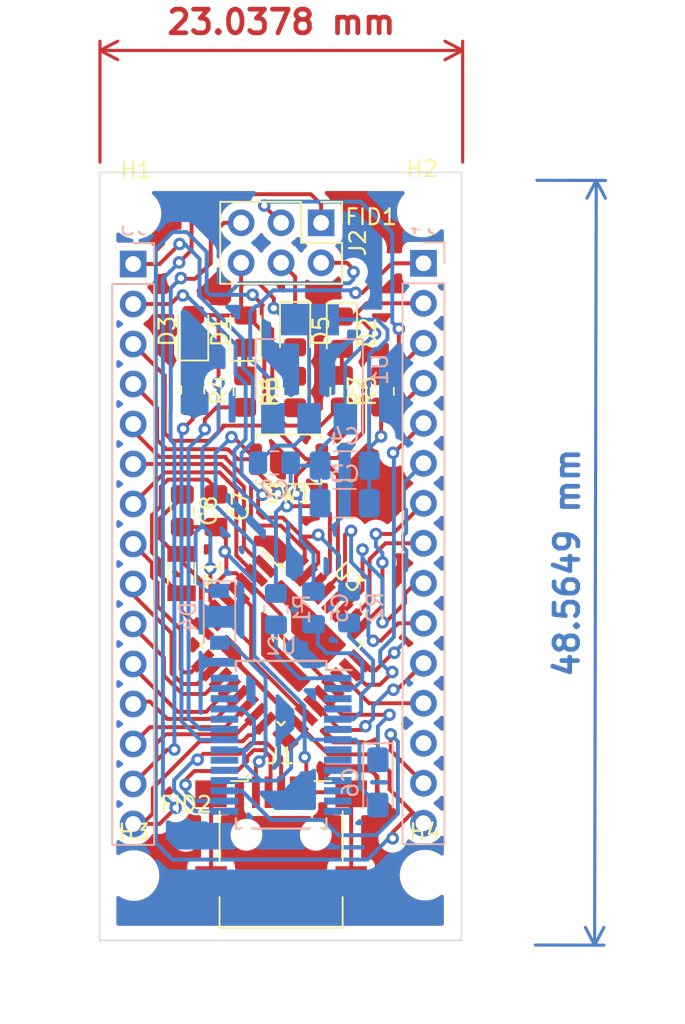
<source format=kicad_pcb>
(kicad_pcb (version 20211014) (generator pcbnew)
  (title_block (title "REPLICA ARDUINO NANO") (company "AUTOR: ROBERTO  FEDERICO FARFAN") (comment 1 "Licencia: CC BY-NC-SA"))
  (layers (0 "F.Cu" signal) (31 "B.Cu" signal) (34 "B.Paste" user) (35 "F.Paste" user) (36 "B.SilkS" user "B.Silkscreen") (37 "F.SilkS" user "F.Silkscreen") (38 "B.Mask" user) (39 "F.Mask" user) (44 "Edge.Cuts" user))
  (net 0 "")
  (net 1 "+5V")
  (net 2 "GND")
  (net 3 "Net-(C5-Pad1)")
  (net 4 "/RESET")
  (net 5 "Net-(C6-Pad1)")
  (net 6 "Net-(C7-Pad1)")
  (net 7 "Net-(C8-Pad1)")
  (net 8 "Net-(D1-Pad1)")
  (net 9 "Net-(D2-Pad2)")
  (net 10 "Net-(D3-Pad1)")
  (net 11 "VDD")
  (net 12 "Net-(D5-Pad2)")
  (net 13 "Net-(J1-Pad2)")
  (net 14 "Net-(J1-Pad3)")
  (net 16 "/D12{slash}MISO")
  (net 17 "/D13{slash}SCK")
  (net 18 "/D11{slash}MOSI")
  (net 19 "/D1{slash}TX")
  (net 20 "/D0{slash}RX")
  (net 21 "/D2")
  (net 22 "/D3")
  (net 23 "/D4")
  (net 24 "/D5")
  (net 25 "/D6")
  (net 26 "/D7")
  (net 27 "/D8")
  (net 28 "/D9")
  (net 29 "/D10")
  (net 30 "+VDC")
  (net 31 "/A0")
  (net 32 "/A1")
  (net 33 "/A2")
  (net 34 "/A3")
  (net 35 "/A4")
  (net 36 "/A5")
  (net 37 "/A6")
  (net 38 "/A7")
  (net 39 "/AREF")
  (net 40 "+3.3V")
  (net 41 "Net-(R1-Pad1)")
  (net 42 "Net-(R2-Pad1)")
  (net 43 "/CBUS0")
  (net 44 "/CBUS1")
  (net 55 "+5C")
  (footprint "Button_Switch_SMD:SW_Push_SPST_NO_Alps_SKRK" (layer "F.Cu") (at 112.2426 80.9244 180)
    (fp_text reference "SW1")
    (fp_text value "SW_Push")
  )
  (footprint "Resistor_SMD:R_0805_2012Metric_Pad1.20x1.40mm_HandSolder" (layer "F.Cu") (at 106.1466 76.5302 -90)
    (fp_text reference "R4")
    (fp_text value "R")
  )
  (footprint "MountingHole:MountingHole_2.2mm_M2_ISO7380" (layer "F.Cu") (at 102.4128 107.3658)
    (fp_text reference "H3")
    (fp_text value "MountingHole")
  )
  (footprint "Resistor_SMD:R_0805_2012Metric_Pad1.20x1.40mm_HandSolder" (layer "F.Cu") (at 112.649 76.6572 90)
    (fp_text reference "R6")
    (fp_text value "R")
  )
  (footprint "MountingHole:MountingHole_2.2mm_M2_ISO7380" (layer "F.Cu") (at 120.904 107.3404)
    (fp_text reference "H4")
    (fp_text value "MountingHole")
  )
  (footprint "Capacitor_SMD:C_0805_2012Metric_Pad1.18x1.45mm_HandSolder" (layer "F.Cu") (at 107.6198 84.1971 -90)
    (fp_text reference "C7")
    (fp_text value "C")
  )
  (footprint "MountingHole:MountingHole_2.2mm_M2_ISO7380" (layer "F.Cu") (at 120.7262 65.2272)
    (fp_text reference "H2")
    (fp_text value "MountingHole")
  )
  (footprint "Resistor_SMD:R_0805_2012Metric_Pad1.20x1.40mm_HandSolder" (layer "F.Cu") (at 109.474 76.6318 -90)
    (fp_text reference "R3")
    (fp_text value "R")
  )
  (footprint "Resistor_SMD:R_0805_2012Metric_Pad1.20x1.40mm_HandSolder" (layer "F.Cu") (at 115.6208 76.6064 -90)
    (fp_text reference "R5")
    (fp_text value "R")
  )
  (footprint "Resistor_SMD:R_0805_2012Metric_Pad1.20x1.40mm_HandSolder" (layer "F.Cu") (at 118.1862 76.6158 90)
    (fp_text reference "R7")
    (fp_text value "R")
  )
  (footprint "Capacitor_SMD:C_0805_2012Metric_Pad1.18x1.45mm_HandSolder" (layer "F.Cu") (at 105.4862 84.201 -90)
    (fp_text reference "C8")
    (fp_text value "C")
  )
  (footprint "LED_SMD:LED_0805_2012Metric_Pad1.15x1.40mm_HandSolder" (layer "F.Cu") (at 106.172 72.7964 90)
    (fp_text reference "D3")
    (fp_text value "LED")
  )
  (footprint "LED_SMD:LED_0805_2012Metric_Pad1.15x1.40mm_HandSolder" (layer "F.Cu") (at 115.6208 72.889 -90)
    (fp_text reference "D2")
    (fp_text value "LED")
  )
  (footprint "Fiducial:Fiducial_1mm_Mask2mm" (layer "F.Cu") (at 117.475 67.5386)
    (fp_text reference "FID1")
    (fp_text value "Fiducial")
  )
  (footprint "LED_SMD:LED_0805_2012Metric_Pad1.15x1.40mm_HandSolder" (layer "F.Cu") (at 109.4994 72.8218 90)
    (fp_text reference "D1")
    (fp_text value "LED")
  )
  (footprint "Connector_PinHeader_2.54mm:PinHeader_2x03_P2.54mm_Vertical" (layer "F.Cu") (at 114.3 65.913 -90)
    (fp_text reference "J2")
    (fp_text value "Conn_02x03_Counter_Clockwise")
  )
  (footprint "MountingHole:MountingHole_2.2mm_M2_ISO7380" (layer "F.Cu") (at 102.5398 65.3288)
    (fp_text reference "H1")
    (fp_text value "MountingHole")
  )
  (footprint "Crystal:Crystal_SMD_3215-2Pin_3.2x1.5mm" (layer "F.Cu") (at 105.4354 88.1888 -90)
    (fp_text reference "Y1")
    (fp_text value "Crystal")
  )
  (footprint "Package_QFP:TQFP-32_7x7mm_P0.8mm" (layer "F.Cu") (at 111.76 92.71 -45)
    (fp_text reference "U3")
    (fp_text value "ATmega328P-A")
  )
  (footprint "LED_SMD:LED_0805_2012Metric_Pad1.15x1.40mm_HandSolder" (layer "F.Cu") (at 112.649 72.7964 -90)
    (fp_text reference "D5")
    (fp_text value "LED")
  )
  (footprint "Fiducial:Fiducial_1mm_Mask2mm" (layer "F.Cu") (at 105.7148 104.8512)
    (fp_text reference "FID2")
    (fp_text value "Fiducial")
  )
  (footprint "Connector_USB:USB_Mini-B_Lumberg_2486_01_Horizontal" (layer "F.Cu") (at 111.76 104.775)
    (fp_text reference "J1")
    (fp_text value "USB_B_Mini")
  )
  (footprint "Capacitor_SMD:C_1206_3216Metric_Pad1.33x1.80mm_HandSolder" (layer "B.Cu") (at 115.7986 83.7184 180)
    (fp_text reference "C3")
    (fp_text value "C_Polarized")
  )
  (footprint "Capacitor_Tantalum_SMD:CP_EIA-3216-18_Kemet-A_Pad1.58x1.35mm_HandSolder" (layer "B.Cu") (at 117.9068 101.4476 -90)
    (fp_text reference "C6")
    (fp_text value "C")
  )
  (footprint "Package_TO_SOT_SMD:SOT-223-3_TabPin2" (layer "B.Cu") (at 113.538 75.2094 90)
    (fp_text reference "U1")
    (fp_text value "LM1117-5.0")
  )
  (footprint "Capacitor_SMD:C_1206_3216Metric_Pad1.33x1.80mm_HandSolder" (layer "B.Cu") (at 115.7986 81.3308 180)
    (fp_text reference "C4")
    (fp_text value "C_Polarized")
  )
  (footprint "Connector_PinHeader_2.54mm:PinHeader_1x15_P2.54mm_Vertical" (layer "B.Cu") (at 102.362 68.5292 180)
    (fp_text reference "J3")
    (fp_text value "Conn_01x15")
  )
  (footprint "Capacitor_SMD:C_0805_2012Metric_Pad1.18x1.45mm_HandSolder" (layer "B.Cu") (at 113.8174 90.3693 90)
    (fp_text reference "C5")
    (fp_text value "C")
  )
  (footprint "Resistor_SMD:R_0805_2012Metric_Pad1.20x1.40mm_HandSolder" (layer "B.Cu") (at 116.078 90.3224 90)
    (fp_text reference "R2")
    (fp_text value "R")
  )
  (footprint "Diode_SMD:D_SOD-123" (layer "B.Cu") (at 107.8484 90.932 -90)
    (fp_text reference "D4")
    (fp_text value "MBR0520")
  )
  (footprint "Connector_PinHeader_2.54mm:PinHeader_1x15_P2.54mm_Vertical" (layer "B.Cu") (at 120.8024 68.4834 180)
    (fp_text reference "J4")
    (fp_text value "Conn_01x15")
  )
  (footprint "Capacitor_SMD:C_0805_2012Metric_Pad1.18x1.45mm_HandSolder" (layer "B.Cu") (at 111.3282 81.153)
    (fp_text reference "C2")
    (fp_text value "C")
  )
  (footprint "Resistor_SMD:R_0805_2012Metric_Pad1.20x1.40mm_HandSolder" (layer "B.Cu") (at 111.4298 90.4494 90)
    (fp_text reference "R1")
    (fp_text value "R")
  )
  (footprint "Package_SO:SSOP-28_5.3x10.2mm_P0.65mm" (layer "B.Cu") (at 111.76 99.06 180)
    (fp_text reference "U2")
    (fp_text value "FT232RL")
  )
  (gr_rect (start 126.1618 113.6904) (end 126.1618 113.6904) (layer "B.Cu") (width 0.2) (fill none))
  (gr_rect (start 100.2284 62.7126) (end 123.2154 111.4806) (layer "Edge.Cuts") (width 0.1) (fill none))
  (dimension (type aligned) (layer "F.Cu") (pts (xy 100.2538 62.5602) (xy 123.2916 62.5602)) (height -7.5946) (gr_text "23,0378 mm" (at 111.7727 53.1656) (layer "F.Cu") (effects (font (size 1.5 1.5) (thickness 0.3)))) (format (units 3) (units_format 1) (precision 4)) (style (thickness 0.2) (arrow_length 1.27) (text_position_mode 0) (extension_height 0.58642) (extension_offset 0.5) keep_text_aligned))
  (dimension (type aligned) (layer "B.Cu") (pts (xy 127.509294 63.211676) (xy 127.407694 111.776476)) (height -4.265915) (gr_text "48,5649 mm" (at 129.924404 87.499234 89.88013453) (layer "B.Cu") (effects (font (size 1.5 1.5) (thickness 0.3)))) (format (units 3) (units_format 1) (precision 4)) (style (thickness 0.2) (arrow_length 1.27) (text_position_mode 0) (extension_height 0.58642) (extension_offset 0.5) keep_text_aligned))
  (segment (start 118.11 79.4766) (end 118.11 77.692) (width 0.25) (layer "F.Cu") (net 1))
  (segment (start 110.3492 69.76) (end 109.3862 69.76) (width 0.25) (layer "F.Cu") (net 1))
  (segment (start 111.295772 70.706572) (end 110.3492 69.76) (width 0.25) (layer "F.Cu") (net 1))
  (segment (start 111.295772 71.334619) (end 111.295772 70.706572) (width 0.25) (layer "F.Cu") (net 1))
  (segment (start 119.29 77.6158) (end 120.8024 76.1034) (width 0.25) (layer "F.Cu") (net 1))
  (segment (start 115.459 77.6064) (end 114.2746 78.7908) (width 0.25) (layer "F.Cu") (net 1))
  (segment (start 110.6932 73.025) (end 110.744 72.9742) (width 0.25) (layer "F.Cu") (net 1))
  (segment (start 109.4994 71.7968) (end 107.9324 71.7968) (width 0.25) (layer "F.Cu") (net 1))
  (segment (start 109.855 92.71) (end 109.855 93.633427) (width 0.25) (layer "F.Cu") (net 1))
  (segment (start 107.2642 89.911256) (end 107.2642 87.8586) (width 0.25) (layer "F.Cu") (net 1))
  (segment (start 107.906268 90.553324) (end 107.906268 90.761268) (width 0.25) (layer "F.Cu") (net 1))
  (segment (start 107.906268 90.553324) (end 107.2642 89.911256) (width 0.25) (layer "F.Cu") (net 1))
  (segment (start 112.0648 78.7908) (end 110.6932 77.4192) (width 0.25) (layer "F.Cu") (net 1))
  (segment (start 110.6932 77.4192) (end 110.6932 73.025) (width 0.25) (layer "F.Cu") (net 1))
  (segment (start 109.037639 89.421953) (end 109.855 90.239314) (width 0.25) (layer "F.Cu") (net 1))
  (segment (start 107.7843 76.073) (end 107.7843 71.9449) (width 0.25) (layer "F.Cu") (net 1))
  (segment (start 109.22 71.5174) (end 109.22 69.9262) (width 0.25) (layer "F.Cu") (net 1))
  (segment (start 109.5666 71.7968) (end 109.4994 71.7968) (width 0.25) (layer "F.Cu") (net 1))
  (segment (start 118.1862 77.6158) (end 119.29 77.6158) (width 0.25) (layer "F.Cu") (net 1))
  (segment (start 114.2746 78.7908) (end 112.0648 78.7908) (width 0.25) (layer "F.Cu") (net 1))
  (segment (start 109.855 90.239314) (end 109.855 92.71) (width 0.25) (layer "F.Cu") (net 1))
  (segment (start 109.3862 69.76) (end 109.22 69.9262) (width 0.25) (layer "F.Cu") (net 1))
  (segment (start 107.9324 71.7968) (end 107.7843 71.9449) (width 0.25) (layer "F.Cu") (net 1))
  (segment (start 110.744 72.9742) (end 109.5666 71.7968) (width 0.25) (layer "F.Cu") (net 1))
  (segment (start 109.22 69.9262) (end 109.22 68.453) (width 0.25) (layer "F.Cu") (net 1))
  (segment (start 106.172 71.7714) (end 107.6108 71.7714) (width 0.25) (layer "F.Cu") (net 1))
  (segment (start 107.6108 71.7714) (end 107.7843 71.9449) (width 0.25) (layer "F.Cu") (net 1))
  (segment (start 109.855 93.633427) (end 113.35099 97.129417) (width 0.25) (layer "F.Cu") (net 1))
  (segment (start 107.906268 90.761268) (end 109.855 92.71) (width 0.25) (layer "F.Cu") (net 1))
  (via (at 107.7843 76.073) (size 0.8) (drill 0.4) (layers "F.Cu" "B.Cu") (net 1))
  (via (at 111.295772 71.334619) (size 0.8) (drill 0.4) (layers "F.Cu" "B.Cu") (net 1))
  (via (at 118.11 79.4766) (size 0.8) (drill 0.4) (layers "F.Cu" "B.Cu") (net 1))
  (via (at 107.2642 87.8586) (size 0.8) (drill 0.4) (layers "F.Cu" "B.Cu") (net 1))
  (segment (start 107.2642 86.0552) (end 107.2642 85.6742) (width 0.25) (layer "B.Cu") (net 1))
  (segment (start 107.7843 79.2287) (end 106.7562 80.2568) (width 0.25) (layer "B.Cu") (net 1))
  (segment (start 117.729 73.914) (end 117.348 74.295) (width 0.25) (layer "B.Cu") (net 1))
  (segment (start 117.348 81.3177) (end 117.3611 81.3308) (width 0.25) (layer "B.Cu") (net 1))
  (segment (start 113.538 72.0594) (end 112.020553 72.0594) (width 0.25) (layer "B.Cu") (net 1))
  (segment (start 106.3299 88.773) (end 106.3299 85.5671) (width 0.25) (layer "B.Cu") (net 1))
  (segment (start 112.5982 80.0608) (end 113.538 79.121) (width 0.25) (layer "B.Cu") (net 1))
  (segment (start 106.4768 88.773) (end 106.3299 88.773) (width 0.25) (layer "B.Cu") (net 1))
  (segment (start 118.5164 72.710895) (end 118.5164 73.3044) (width 0.25) (layer "B.Cu") (net 1))
  (segment (start 117.3611 80.2255) (end 118.11 79.4766) (width 0.25) (layer "B.Cu") (net 1))
  (segment (start 107.2642 85.6488) (end 107.2642 86.0552) (width 0.25) (layer "B.Cu") (net 1))
  (segment (start 113.538 78.3594) (end 113.538 72.0594) (width 0.25) (layer "B.Cu") (net 1))
  (segment (start 113.538 79.121) (end 113.538 78.3594) (width 0.25) (layer "B.Cu") (net 1))
  (segment (start 107.7843 76.073) (end 107.7843 79.2287) (width 0.25) (layer "B.Cu") (net 1))
  (segment (start 107.8484 89.282) (end 106.9858 89.282) (width 0.25) (layer "B.Cu") (net 1))
  (segment (start 117.9068 73.914) (end 117.729 73.914) (width 0.25) (layer "B.Cu") (net 1))
  (segment (start 110.3122 81.153) (end 111.4044 80.0608) (width 0.25) (layer "B.Cu") (net 1))
  (segment (start 107.2642 87.8586) (end 107.2642 85.6742) (width 0.25) (layer "B.Cu") (net 1))
  (segment (start 110.2907 81.153) (end 110.3122 81.153) (width 0.25) (layer "B.Cu") (net 1))
  (segment (start 113.538 72.0594) (end 117.864905 72.0594) (width 0.25) (layer "B.Cu") (net 1))
  (segment (start 117.348 74.295) (end 117.348 81.3177) (width 0.25) (layer "B.Cu") (net 1))
  (segment (start 106.9858 89.282) (end 106.4768 88.773) (width 0.25) (layer "B.Cu") (net 1))
  (segment (start 106.7562 80.2568) (end 106.7562 85.1408) (width 0.25) (layer "B.Cu") (net 1))
  (segment (start 106.3299 85.5671) (end 106.7562 85.1408) (width 0.25) (layer "B.Cu") (net 1))
  (segment (start 117.3611 81.3308) (end 117.3611 80.2255) (width 0.25) (layer "B.Cu") (net 1))
  (segment (start 111.4044 80.0608) (end 112.5982 80.0608) (width 0.25) (layer "B.Cu") (net 1))
  (segment (start 118.5164 73.3044) (end 117.9068 73.914) (width 0.25) (layer "B.Cu") (net 1))
  (segment (start 117.864905 72.0594) (end 118.5164 72.710895) (width 0.25) (layer "B.Cu") (net 1))
  (segment (start 117.3611 83.7184) (end 117.3611 81.3308) (width 0.25) (layer "B.Cu") (net 1))
  (segment (start 106.7562 85.1408) (end 107.2642 85.6488) (width 0.25) (layer "B.Cu") (net 1))
  (segment (start 112.020553 72.0594) (end 111.295772 71.334619) (width 0.25) (layer "B.Cu") (net 1))
  (segment (start 115.5282 71.7714) (end 115.6208 71.864) (width 0.25) (layer "F.Cu") (net 2))
  (segment (start 103.886 77.6732) (end 103.886 79.7052) (width 0.25) (layer "F.Cu") (net 2))
  (segment (start 107.7214 88.7222) (end 108.0516 88.392) (width 0.25) (layer "F.Cu") (net 2))
  (segment (start 115.048047 95.432361) (end 111.76 92.144314) (width 0.25) (layer "F.Cu") (net 2))
  (segment (start 110.1426 81.6184) (end 111.565931 83.041731) (width 0.25) (layer "F.Cu") (net 2))
  (segment (start 113.36 102.075) (end 116.11 102.075) (width 0.25) (layer "F.Cu") (net 2))
  (segment (start 108.471953 89.955353) (end 107.7214 89.2048) (width 0.25) (layer "F.Cu") (net 2))
  (segment (start 116.21 107.625) (end 116.21 102.175) (width 0.25) (layer "F.Cu") (net 2))
  (segment (start 108.740603 79.522403) (end 110.1426 80.9244) (width 0.25) (layer "F.Cu") (net 2))
  (segment (start 118.2928 71.0234) (end 117.1906 71.0234) (width 0.25) (layer "F.Cu") (net 2))
  (segment (start 116.6442 71.864) (end 117.729 72.9488) (width 0.25) (layer "F.Cu") (net 2))
  (segment (start 113.36 102.075) (end 113.36 99.9488) (width 0.25) (layer "F.Cu") (net 2))
  (segment (start 108.331 80.2894) (end 108.3708 80.3292) (width 0.25) (layer "F.Cu") (net 2))
  (segment (start 109.018196 80.9244) (end 110.1426 80.9244) (width 0.25) (layer "F.Cu") (net 2))
  (segment (start 108.471953 89.987639) (end 108.471953 89.955353) (width 0.25) (layer "F.Cu") (net 2))
  (segment (start 120.8024 71.0234) (end 118.2928 71.0234) (width 0.25) (layer "F.Cu") (net 2))
  (segment (start 108.910456 88.1634) (end 109.603324 88.856268) (width 0.25) (layer "F.Cu") (net 2))
  (segment (start 104.4702 80.2894) (end 108.331 80.2894) (width 0.25) (layer "F.Cu") (net 2))
  (segment (start 112.649 69.342) (end 111.76 68.453) (width 0.25) (layer "F.Cu") (net 2))
  (segment (start 116.35 71.864) (end 115.6208 71.864) (width 0.25) (layer "F.Cu") (net 2))
  (segment (start 107.7214 89.2048) (end 107.7214 88.7222) (width 0.25) (layer "F.Cu") (net 2))
  (segment (start 107.6198 85.344) (end 108.2548 85.979) (width 0.25) (layer "F.Cu") (net 2))
  (segment (start 116.21 107.625) (end 107.31 107.625) (width 0.25) (layer "F.Cu") (net 2))
  (segment (start 108.3708 80.3292) (end 108.422996 80.3292) (width 0.25) (layer "F.Cu") (net 2))
  (segment (start 109.811268 88.856268) (end 109.603324 88.856268) (width 0.25) (layer "F.Cu") (net 2))
  (segment (start 108.605403 79.522403) (end 108.740603 79.522403) (width 0.25) (layer "F.Cu") (net 2))
  (segment (start 111.76 90.805) (end 109.811268 88.856268) (width 0.25) (layer "F.Cu") (net 2))
  (segment (start 110.1426 80.9244) (end 110.1426 81.6184) (width 0.25) (layer "F.Cu") (net 2))
  (segment (start 115.6208 71.864) (end 116.6442 71.864) (width 0.25) (layer "F.Cu") (net 2))
  (segment (start 108.422996 80.3292) (end 109.018196 80.9244) (width 0.25) (layer "F.Cu") (net 2))
  (segment (start 111.565931 83.041731) (end 111.565931 83.076819) (width 0.25) (layer "F.Cu") (net 2))
  (segment (start 107.31 107.625) (end 107.31 102.175) (width 0.25) (layer "F.Cu") (net 2))
  (segment (start 107.6198 85.2346) (end 105.4901 85.2346) (width 0.25) (layer "F.Cu") (net 2))
  (segment (start 116.11 102.075) (end 116.21 102.175) (width 0.25) (layer "F.Cu") (net 2))
  (segment (start 108.0516 88.392) (end 108.2802 88.1634) (width 0.25) (layer "F.Cu") (net 2))
  (segment (start 111.76 92.144314) (end 111.76 90.805) (width 0.25) (layer "F.Cu") (net 2))
  (segment (start 108.2802 88.1634) (end 108.910456 88.1634) (width 0.25) (layer "F.Cu") (net 2))
  (segment (start 113.36 99.9488) (end 113.2586 99.8474) (width 0.25) (layer "F.Cu") (net 2))
  (segment (start 112.649 71.7714) (end 112.649 69.342) (width 0.25) (layer "F.Cu") (net 2))
  (segment (start 102.362 76.1492) (end 103.886 77.6732) (width 0.25) (layer "F.Cu") (net 2))
  (segment (start 108.2548 85.979) (end 108.2548 86.7156) (width 0.25) (layer "F.Cu") (net 2))
  (segment (start 112.649 71.7714) (end 115.5282 71.7714) (width 0.25) (layer "F.Cu") (net 2))
  (segment (start 108.2802 88.1634) (end 108.2802 86.8934) (width 0.25) (layer "F.Cu") (net 2))
  (segment (start 103.886 79.7052) (end 104.4702 80.2894) (width 0.25) (layer "F.Cu") (net 2))
  (segment (start 117.1906 71.0234) (end 116.35 71.864) (width 0.25) (layer "F.Cu") (net 2))
  (via (at 113.2586 99.8474) (size 0.8) (drill 0.4) (layers "F.Cu" "B.Cu") (net 2))
  (via (at 117.729 72.9488) (size 0.8) (drill 0.4) (layers "F.Cu" "B.Cu") (net 2))
  (via (at 108.1786 86.7918) (size 0.8) (drill 0.4) (layers "F.Cu" "B.Cu") (net 2))
  (via (at 108.605403 79.522403) (size 0.8) (drill 0.4) (layers "F.Cu" "B.Cu") (net 2))
  (via (at 111.565931 83.076819) (size 0.8) (drill 0.4) (layers "F.Cu" "B.Cu") (net 2))
  (segment (start 113.2586 98.298) (end 112.4712 99.0854) (width 0.25) (layer "B.Cu") (net 2))
  (segment (start 107.5944 80.533406) (end 108.605403 79.522403) (width 0.25) (layer "B.Cu") (net 2))
  (segment (start 114.2361 80.3025) (end 115.838 78.7006) (width 0.25) (layer "B.Cu") (net 2))
  (segment (start 113.6956 98.735) (end 113.2586 98.298) (width 0.25) (layer "B.Cu") (net 2))
  (segment (start 110.0328 97.5328) (end 109.285 96.785) (width 0.25) (layer "B.Cu") (net 2))
  (segment (start 116.7384 101.7167) (end 117.9068 102.8851) (width 0.25) (layer "B.Cu") (net 2))
  (segment (start 115.838 78.7006) (end 115.838 78.3594) (width 0.25) (layer "B.Cu") (net 2))
  (segment (start 112.4712 99.0854) (end 112.395 99.0854) (width 0.25) (layer "B.Cu") (net 2))
  (segment (start 109.403 99.385) (end 109.403 100.259) (width 0.25) (layer "B.Cu") (net 2))
  (segment (start 109.403 100.259) (end 110.479 101.335) (width 0.25) (layer "B.Cu") (net 2))
  (segment (start 111.763699 83.076819) (end 112.3657 82.474818) (width 0.25) (layer "B.Cu") (net 2))
  (segment (start 114.2361 81.3308) (end 114.2361 80.3025) (width 0.25) (layer "B.Cu") (net 2))
  (segment (start 108.8644 87.4776) (end 110.0582 88.6714) (width 0.25) (layer "B.Cu") (net 2))
  (segment (start 108.16 101.335) (end 109.6374 101.335) (width 0.25) (layer "B.Cu") (net 2))
  (segment (start 109.403 99.385) (end 109.5554 99.385) (width 0.25) (layer "B.Cu") (net 2))
  (segment (start 115.36 98.735) (end 116.485 98.735) (width 0.25) (layer "B.Cu") (net 2))
  (segment (start 115.36 98.735) (end 113.6956 98.735) (width 0.25) (layer "B.Cu") (net 2))
  (segment (start 116.485 98.735) (end 116.7384 98.9884) (width 0.25) (layer "B.Cu") (net 2))
  (segment (start 115.838 74.8398) (end 117.729 72.9488) (width 0.25) (layer "B.Cu") (net 2))
  (segment (start 108.16 99.385) (end 109.403 99.385) (width 0.25) (layer "B.Cu") (net 2))
  (segment (start 110.0582 93.4212) (end 113.2332 96.5962) (width 0.25) (layer "B.Cu") (net 2))
  (segment (start 110.0328 98.9076) (end 110.0328 97.5328) (width 0.25) (layer "B.Cu") (net 2))
  (segment (start 114.2361 83.7184) (end 114.2361 81.3308) (width 0.25) (layer "B.Cu") (net 2))
  (segment (start 112.3657 82.474818) (end 112.3657 81.153) (width 0.25) (layer "B.Cu") (net 2))
  (segment (start 109.6374 101.335) (end 110.479 101.335) (width 0.25) (layer "B.Cu") (net 2))
  (segment (start 114.7441 81.8388) (end 114.2361 81.3308) (width 0.25) (layer "B.Cu") (net 2))
  (segment (start 116.7384 98.9884) (end 116.7384 101.7167) (width 0.25) (layer "B.Cu") (net 2))
  (segment (start 110.0582 88.6714) (end 110.0582 93.4212) (width 0.25) (layer "B.Cu") (net 2))
  (segment (start 112.5435 81.3308) (end 112.3657 81.153) (width 0.25) (layer "B.Cu") (net 2))
  (segment (start 107.5944 83.8708) (end 107.5944 80.533406) (width 0.25) (layer "B.Cu") (net 2))
  (segment (start 115.838 78.3594) (end 115.838 74.8398) (width 0.25) (layer "B.Cu") (net 2))
  (segment (start 114.2361 81.3308) (end 112.5435 81.3308) (width 0.25) (layer "B.Cu") (net 2))
  (segment (start 111.5932 101.335) (end 112.395 100.5332) (width 0.25) (layer "B.Cu") (net 2))
  (segment (start 112.395 99.0854) (end 112.395 100.5332) (width 0.25) (layer "B.Cu") (net 2))
  (segment (start 111.565931 83.076819) (end 111.763699 83.076819) (width 0.25) (layer "B.Cu") (net 2))
  (segment (start 110.0582 86.3346) (end 107.5944 83.8708) (width 0.25) (layer "B.Cu") (net 2))
  (segment (start 113.2586 99.8474) (end 113.2586 98.298) (width 0.25) (layer "B.Cu") (net 2))
  (segment (start 113.2332 96.5962) (end 113.2332 98.2726) (width 0.25) (layer "B.Cu") (net 2))
  (segment (start 110.479 101.335) (end 111.5932 101.335) (width 0.25) (layer "B.Cu") (net 2))
  (segment (start 109.285 96.785) (end 108.16 96.785) (width 0.25) (layer "B.Cu") (net 2))
  (segment (start 110.0582 88.6714) (end 110.0582 86.3346) (width 0.25) (layer "B.Cu") (net 2))
  (segment (start 109.5554 99.385) (end 110.0328 98.9076) (width 0.25) (layer "B.Cu") (net 2))
  (segment (start 108.1786 86.7918) (end 108.8644 87.4776) (width 0.25) (layer "B.Cu") (net 2))
  (segment (start 113.2332 98.2726) (end 113.2586 98.298) (width 0.25) (layer "B.Cu") (net 2))
  (segment (start 116.9162 94.9452) (end 116.9162 93.8022) (width 0.25) (layer "B.Cu") (net 3))
  (segment (start 115.36 95.485) (end 116.3764 95.485) (width 0.25) (layer "B.Cu") (net 3))
  (segment (start 116.3574 93.2434) (end 114.6556 93.2434) (width 0.25) (layer "B.Cu") (net 3))
  (segment (start 116.9162 93.8022) (end 116.3574 93.2434) (width 0.25) (layer "B.Cu") (net 3))
  (segment (start 116.3764 95.485) (end 116.9162 94.9452) (width 0.25) (layer "B.Cu") (net 3))
  (segment (start 114.6556 93.2434) (end 114.0968 92.6846) (width 0.25) (layer "B.Cu") (net 3))
  (segment (start 114.0968 92.6846) (end 114.0968 91.6862) (width 0.25) (layer "B.Cu") (net 3))
  (segment (start 116.967 79.2226) (end 116.967 76.2762) (width 0.25) (layer "F.Cu") (net 4))
  (segment (start 104.3686 75.6158) (end 104.3686 79.2734) (width 0.25) (layer "F.Cu") (net 4))
  (segment (start 114.482361 89.301839) (end 115.3668 88.4174) (width 0.25) (layer "F.Cu") (net 4))
  (segment (start 119.237479 74.564521) (end 119.801279 74.564521) (width 0.25) (layer "F.Cu") (net 4))
  (segment (start 115.3668 88.4174) (end 115.3668 81.9486) (width 0.25) (layer "F.Cu") (net 4))
  (segment (start 111.2012 78.7908) (end 113.3348 80.9244) (width 0.25) (layer "F.Cu") (net 4))
  (segment (start 112.6998 81.9912) (end 113.7666 80.9244) (width 0.25) (layer "F.Cu") (net 4))
  (segment (start 114.3426 80.9244) (end 114.4188 80.8482) (width 0.25) (layer "F.Cu") (net 4))
  (segment (start 108.077 78.884903) (end 108.077 78.7908) (width 0.25) (layer "F.Cu") (net 4))
  (segment (start 110.6932 64.8462) (end 111.76 65.913) (width 0.25) (layer "F.Cu") (net 4))
  (segment (start 112.6998 83.083443) (end 112.6998 81.9912) (width 0.25) (layer "F.Cu") (net 4))
  (segment (start 119.801279 74.564521) (end 120.8024 73.5634) (width 0.25) (layer "F.Cu") (net 4))
  (segment (start 115.1382 80.8482) (end 115.3414 80.8482) (width 0.25) (layer "F.Cu") (net 4))
  (segment (start 104.8512 79.756) (end 107.205903 79.756) (width 0.25) (layer "F.Cu") (net 4))
  (segment (start 116.967 76.2762) (end 117.6274 75.6158) (width 0.25) (layer "F.Cu") (net 4))
  (segment (start 113.3348 80.9244) (end 114.3426 80.9244) (width 0.25) (layer "F.Cu") (net 4))
  (segment (start 104.3686 79.2734) (end 104.8512 79.756) (width 0.25) (layer "F.Cu") (net 4))
  (segment (start 115.3414 80.8482) (end 116.967 79.2226) (width 0.25) (layer "F.Cu") (net 4))
  (segment (start 114.482361 89.421953) (end 114.482361 89.301839) (width 0.25) (layer "F.Cu") (net 4))
  (segment (start 110.6932 64.8182) (end 110.6932 64.8462) (width 0.25) (layer "F.Cu") (net 4))
  (segment (start 115.3668 81.9486) (end 114.3426 80.9244) (width 0.25) (layer "F.Cu") (net 4))
  (segment (start 113.7666 80.9244) (end 114.3426 80.9244) (width 0.25) (layer "F.Cu") (net 4))
  (segment (start 108.077 78.7908) (end 111.2012 78.7908) (width 0.25) (layer "F.Cu") (net 4))
  (segment (start 119.237479 74.564521) (end 119.237479 72.640559) (width 0.25) (layer "F.Cu") (net 4))
  (segment (start 107.205903 79.756) (end 108.077 78.884903) (width 0.25) (layer "F.Cu") (net 4))
  (segment (start 118.1862 75.6158) (end 119.237479 74.564521) (width 0.25) (layer "F.Cu") (net 4))
  (segment (start 102.362 73.6092) (end 104.3686 75.6158) (width 0.25) (layer "F.Cu") (net 4))
  (segment (start 112.74109 83.124733) (end 112.6998 83.083443) (width 0.25) (layer "F.Cu") (net 4))
  (segment (start 114.4188 80.8482) (end 115.1382 80.8482) (width 0.25) (layer "F.Cu") (net 4))
  (via (at 110.6932 64.8182) (size 0.8) (drill 0.4) (layers "F.Cu" "B.Cu") (net 4))
  (via (at 112.74109 83.124733) (size 0.8) (drill 0.4) (layers "F.Cu" "B.Cu") (net 4))
  (via (at 119.237479 72.640559) (size 0.8) (drill 0.4) (layers "F.Cu" "B.Cu") (net 4))
  (segment (start 118.8212 72.118794) (end 118.8212 72.22428) (width 0.25) (layer "B.Cu") (net 4))
  (segment (start 110.9446 64.5668) (end 110.6932 64.8182) (width 0.25) (layer "B.Cu") (net 4))
  (segment (start 118.8212 72.22428) (end 119.237479 72.640559) (width 0.25) (layer "B.Cu") (net 4))
  (segment (start 113.8174 86.8934) (end 113.8174 89.3318) (width 0.25) (layer "B.Cu") (net 4))
  (segment (start 112.9792 86.0552) (end 113.8174 86.8934) (width 0.25) (layer "B.Cu") (net 4))
  (segment (start 116.8146 64.5668) (end 118.8212 66.5734) (width 0.25) (layer "B.Cu") (net 4))
  (segment (start 112.74109 83.124733) (end 112.9792 83.362843) (width 0.25) (layer "B.Cu") (net 4))
  (segment (start 116.8146 64.5668) (end 110.9446 64.5668) (width 0.25) (layer "B.Cu") (net 4))
  (segment (start 118.8212 66.5734) (end 118.8212 72.118794) (width 0.25) (layer "B.Cu") (net 4))
  (segment (start 112.9792 83.362843) (end 112.9792 86.0552) (width 0.25) (layer "B.Cu") (net 4))
  (segment (start 115.639314 97.155) (end 114.482361 95.998047) (width 0.25) (layer "F.Cu") (net 5))
  (segment (start 118.6434 97.155) (end 115.639314 97.155) (width 0.25) (layer "F.Cu") (net 5))
  (via (at 118.6434 97.155) (size 0.8) (drill 0.4) (layers "F.Cu" "B.Cu") (net 5))
  (segment (start 117.9068 100.0101) (end 117.9068 97.8916) (width 0.25) (layer "B.Cu") (net 5))
  (segment (start 117.9068 97.8916) (end 118.6434 97.155) (width 0.25) (layer "B.Cu") (net 5))
  (segment (start 107.061 82.2198) (end 107.6198 82.7786) (width 0.25) (layer "F.Cu") (net 6))
  (segment (start 103.5558 84.4804) (end 104.1146 83.9216) (width 0.25) (layer "F.Cu") (net 6))
  (segment (start 103.5558 86.8426) (end 103.5558 84.4804) (width 0.25) (layer "F.Cu") (net 6))
  (segment (start 104.0058 88.207) (end 104.0058 87.2926) (width 0.25) (layer "F.Cu") (net 6))
  (segment (start 107.6198 82.7786) (end 107.6198 83.1596) (width 0.25) (layer "F.Cu") (net 6))
  (segment (start 104.1146 83.9216) (end 104.1146 82.677) (width 0.25) (layer "F.Cu") (net 6))
  (segment (start 105.4354 90.551) (end 105.4354 89.4388) (width 0.25) (layer "F.Cu") (net 6))
  (segment (start 104.1146 82.677) (end 104.5718 82.2198) (width 0.25) (layer "F.Cu") (net 6))
  (segment (start 104.5718 82.2198) (end 107.061 82.2198) (width 0.25) (layer "F.Cu") (net 6))
  (segment (start 106.774897 91.684695) (end 106.569095 91.684695) (width 0.25) (layer "F.Cu") (net 6))
  (segment (start 104.0058 87.2926) (end 103.5558 86.8426) (width 0.25) (layer "F.Cu") (net 6))
  (segment (start 106.569095 91.684695) (end 105.4354 90.551) (width 0.25) (layer "F.Cu") (net 6))
  (segment (start 105.2376 89.4388) (end 104.0058 88.207) (width 0.25) (layer "F.Cu") (net 6))
  (segment (start 104.0638 84.6836) (end 104.6988 84.0486) (width 0.25) (layer "F.Cu") (net 7))
  (segment (start 106.6604 88.6264) (end 105.4354 87.4014) (width 0.25) (layer "F.Cu") (net 7))
  (segment (start 107.340583 91.11901) (end 106.6604 90.438827) (width 0.25) (layer "F.Cu") (net 7))
  (segment (start 104.0638 85.9672) (end 104.0638 84.6836) (width 0.25) (layer "F.Cu") (net 7))
  (segment (start 104.775 84.0486) (end 105.4862 83.3374) (width 0.25) (layer "F.Cu") (net 7))
  (segment (start 105.4862 83.3374) (end 105.4862 83.1635) (width 0.25) (layer "F.Cu") (net 7))
  (segment (start 105.0354 86.9388) (end 104.0638 85.9672) (width 0.25) (layer "F.Cu") (net 7))
  (segment (start 104.6988 84.0486) (end 104.775 84.0486) (width 0.25) (layer "F.Cu") (net 7))
  (segment (start 106.6604 90.438827) (end 106.6604 88.6264) (width 0.25) (layer "F.Cu") (net 7))
  (segment (start 109.4994 75.6064) (end 109.474 75.6318) (width 0.25) (layer "F.Cu") (net 8))
  (segment (start 109.4994 73.8468) (end 109.4994 75.6064) (width 0.25) (layer "F.Cu") (net 8))
  (segment (start 115.6208 73.914) (end 115.6208 75.6064) (width 0.25) (layer "F.Cu") (net 9))
  (segment (start 106.172 75.5048) (end 106.1466 75.5302) (width 0.25) (layer "F.Cu") (net 10))
  (segment (start 106.172 73.8214) (end 106.172 75.5048) (width 0.25) (layer "F.Cu") (net 10))
  (segment (start 110.16 100.328213) (end 110.3619 100.126313) (width 0.25) (layer "F.Cu") (net 11))
  (segment (start 110.16 102.075) (end 110.16 100.328213) (width 0.25) (layer "F.Cu") (net 11))
  (via (at 110.3619 100.126313) (size 0.8) (drill 0.4) (layers "F.Cu" "B.Cu") (net 11))
  (segment (start 110.7694 99.718813) (end 110.7694 94.768796) (width 0.25) (layer "B.Cu") (net 11))
  (segment (start 110.3619 100.126313) (end 110.7694 99.718813) (width 0.25) (layer "B.Cu") (net 11))
  (segment (start 110.7694 94.768796) (end 108.582604 92.582) (width 0.25) (layer "B.Cu") (net 11))
  (segment (start 108.582604 92.582) (end 107.8484 92.582) (width 0.25) (layer "B.Cu") (net 11))
  (segment (start 112.649 73.8214) (end 112.649 75.6572) (width 0.25) (layer "F.Cu") (net 12))
  (segment (start 111.0869 99.826495) (end 111.0869 101.9481) (width 0.25) (layer "F.Cu") (net 13))
  (segment (start 109.601 99.822) (end 110.0212 99.4018) (width 0.25) (layer "F.Cu") (net 13))
  (segment (start 111.0869 101.9481) (end 110.96 102.075) (width 0.25) (layer "F.Cu") (net 13))
  (segment (start 109.601 100.1014) (end 109.1946 100.5078) (width 0.25) (layer "F.Cu") (net 13))
  (segment (start 110.0212 99.4018) (end 110.662205 99.4018) (width 0.25) (layer "F.Cu") (net 13))
  (segment (start 110.662205 99.4018) (end 111.0869 99.826495) (width 0.25) (layer "F.Cu") (net 13))
  (segment (start 108.973999 100.728401) (end 106.2482 100.728401) (width 0.25) (layer "F.Cu") (net 13))
  (segment (start 109.1946 100.5078) (end 108.973999 100.728401) (width 0.25) (layer "F.Cu") (net 13))
  (segment (start 106.2482 100.728401) (end 105.6894 101.287201) (width 0.25) (layer "F.Cu") (net 13))
  (segment (start 109.601 99.822) (end 109.601 100.1014) (width 0.25) (layer "F.Cu") (net 13))
  (segment (start 105.6894 101.287201) (end 105.6894 101.6) (width 0.25) (layer "F.Cu") (net 13))
  (via (at 105.6894 101.6) (size 0.8) (drill 0.4) (layers "F.Cu" "B.Cu") (net 13))
  (segment (start 106.2926 102.635) (end 108.16 102.635) (width 0.25) (layer "B.Cu") (net 13))
  (segment (start 105.6894 101.6) (end 105.6894 102.0318) (width 0.25) (layer "B.Cu") (net 13))
  (segment (start 105.6894 102.0318) (end 106.2926 102.635) (width 0.25) (layer "B.Cu") (net 13))
  (segment (start 109.151 99.635604) (end 106.822798 99.635604) (width 0.25) (layer "F.Cu") (net 14))
  (segment (start 111.76 99.863199) (end 110.848601 98.9518) (width 0.25) (layer "F.Cu") (net 14))
  (segment (start 111.76 102.075) (end 111.76 99.863199) (width 0.25) (layer "F.Cu") (net 14))
  (segment (start 106.822798 99.635604) (end 106.455001 100.003401) (width 0.25) (layer "F.Cu") (net 14))
  (segment (start 110.848601 98.9518) (end 109.834804 98.9518) (width 0.25) (layer "F.Cu") (net 14))
  (segment (start 109.834804 98.9518) (end 109.151 99.635604) (width 0.25) (layer "F.Cu") (net 14))
  (via (at 106.455001 100.003401) (size 0.8) (drill 0.4) (layers "F.Cu" "B.Cu") (net 14))
  (segment (start 104.9644 101.299695) (end 104.9644 101.943196) (width 0.25) (layer "B.Cu") (net 14))
  (segment (start 106.306204 103.285) (end 108.16 103.285) (width 0.25) (layer "B.Cu") (net 14))
  (segment (start 106.455001 100.003401) (end 106.260694 100.003401) (width 0.25) (layer "B.Cu") (net 14))
  (segment (start 104.9644 101.943196) (end 106.306204 103.285) (width 0.25) (layer "B.Cu") (net 14))
  (segment (start 106.260694 100.003401) (end 104.9644 101.299695) (width 0.25) (layer "B.Cu") (net 14))
  (segment (start 106.591404 98.8424) (end 109.307808 98.8424) (width 0.25) (layer "F.Cu") (net 16))
  (segment (start 113.6491 64.0937) (end 114.3 64.7446) (width 0.25) (layer "F.Cu") (net 16))
  (segment (start 102.9462 104.0892) (end 103.6066 103.4288) (width 0.25) (layer "F.Cu") (net 16))
  (segment (start 109.699808 98.4504) (end 109.979398 98.4504) (width 0.25) (layer "F.Cu") (net 16))
  (segment (start 106.7943 65.0621) (end 106.7943 65.0113) (width 0.25) (layer "F.Cu") (net 16))
  (segment (start 109.307808 98.8424) (end 109.699808 98.4504) (width 0.25) (layer "F.Cu") (net 16))
  (segment (start 102.362 104.0892) (end 104.0384 104.0892) (width 0.25) (layer "F.Cu") (net 16))
  (segment (start 106.0704 67.6402) (end 106.0704 65.786) (width 0.25) (layer "F.Cu") (net 16))
  (segment (start 106.7943 65.0113) (end 107.7119 64.0937) (width 0.25) (layer "F.Cu") (net 16))
  (segment (start 104.0384 104.0892) (end 105.062103 103.065497) (width 0.25) (layer "F.Cu") (net 16))
  (segment (start 109.979398 98.4504) (end 110.734695 97.695103) (width 0.25) (layer "F.Cu") (net 16))
  (segment (start 103.6066 103.4288) (end 103.6066 101.827204) (width 0.25) (layer "F.Cu") (net 16))
  (segment (start 106.0704 65.786) (end 106.7943 65.0621) (width 0.25) (layer "F.Cu") (net 16))
  (segment (start 105.283 68.4276) (end 106.0704 67.6402) (width 0.25) (layer "F.Cu") (net 16))
  (segment (start 107.7119 64.0937) (end 113.6491 64.0937) (width 0.25) (layer "F.Cu") (net 16))
  (segment (start 114.3 64.7446) (end 114.3 65.913) (width 0.25) (layer "F.Cu") (net 16))
  (segment (start 103.6066 101.827204) (end 106.591404 98.8424) (width 0.25) (layer "F.Cu") (net 16))
  (via (at 105.283 68.4276) (size 0.8) (drill 0.4) (layers "F.Cu" "B.Cu") (net 16))
  (via (at 105.062103 103.065497) (size 0.8) (drill 0.4) (layers "F.Cu" "B.Cu") (net 16))
  (segment (start 104.2532 69.4574) (end 105.283 68.4276) (width 0.25) (layer "B.Cu") (net 16))
  (segment (start 104.2532 102.0942) (end 104.2532 102.256594) (width 0.25) (layer "B.Cu") (net 16))
  (segment (start 104.2532 102.256594) (end 105.062103 103.065497) (width 0.25) (layer "B.Cu") (net 16))
  (segment (start 105.283 68.4276) (end 105.172095 68.4276) (width 0.25) (layer "B.Cu") (net 16))
  (segment (start 104.2532 102.0942) (end 104.2532 69.4574) (width 0.25) (layer "B.Cu") (net 16))
  (segment (start 114.3 68.453) (end 115.874502 68.453) (width 0.25) (layer "F.Cu") (net 17))
  (segment (start 120.0252 103.2662) (end 118.6434 101.8844) (width 0.25) (layer "F.Cu") (net 17))
  (segment (start 115.874502 68.453) (end 115.951 68.453) (width 0.25) (layer "F.Cu") (net 17))
  (segment (start 111.194 77.0818) (end 111.194 72.6766) (width 0.25) (layer "F.Cu") (net 17))
  (segment (start 118.8466 105.0036) (end 118.8466 104.6226) (width 0.25) (layer "F.Cu") (net 17))
  (segment (start 111.7694 77.6572) (end 111.194 77.0818) (width 0.25) (layer "F.Cu") (net 17))
  (segment (start 114.7572 99.6696) (end 112.785305 97.697705) (width 0.25) (layer "F.Cu") (net 17))
  (segment (start 112.649 77.6572) (end 111.7694 77.6572) (width 0.25) (layer "F.Cu") (net 17))
  (segment (start 110.5244 71.2126) (end 110.59825 71.13875) (width 0.25) (layer "F.Cu") (net 17))
  (segment (start 110.5244 72.0434) (end 110.5244 71.2126) (width 0.25) (layer "F.Cu") (net 17))
  (segment (start 110.59825 71.13875) (end 109.9445 70.485) (width 0.25) (layer "F.Cu") (net 17))
  (segment (start 111.194 72.6766) (end 111.1576 72.6766) (width 0.25) (layer "F.Cu") (net 17))
  (segment (start 112.785305 97.697705) (end 112.785305 97.695103) (width 0.25) (layer "F.Cu") (net 17))
  (segment (start 118.8466 104.6226) (end 120.0252 103.444) (width 0.25) (layer "F.Cu") (net 17))
  (segment (start 116.2558 68.7578) (end 116.3574 68.8594) (width 0.25) (layer "F.Cu") (net 17))
  (segment (start 120.0252 103.444) (end 120.0252 103.2662) (width 0.25) (layer "F.Cu") (net 17))
  (segment (start 120.8024 104.0434) (end 120.0252 103.2662) (width 0.25) (layer "F.Cu") (net 17))
  (segment (start 116.3574 68.8594) (end 116.3574 69.0372) (width 0.25) (layer "F.Cu") (net 17))
  (segment (start 118.6434 101.8844) (end 118.6434 100.7618) (width 0.25) (layer "F.Cu") (net 17))
  (segment (start 111.1576 72.6766) (end 110.5244 72.0434) (width 0.25) (layer "F.Cu") (net 17))
  (segment (start 118.6434 100.7618) (end 117.5512 99.6696) (width 0.25) (layer "F.Cu") (net 17))
  (segment (start 115.951 68.453) (end 116.2558 68.7578) (width 0.25) (layer "F.Cu") (net 17))
  (segment (start 117.5512 99.6696) (end 114.7572 99.6696) (width 0.25) (layer "F.Cu") (net 17))
  (via (at 118.8466 105.0036) (size 0.8) (drill 0.4) (layers "F.Cu" "B.Cu") (net 17))
  (via (at 109.9445 70.485) (size 0.8) (drill 0.4) (layers "F.Cu" "B.Cu") (net 17))
  (via (at 116.3574 69.0372) (size 0.8) (drill 0.4) (layers "F.Cu" "B.Cu") (net 17))
  (segment (start 104.861625 106.3498) (end 103.8032 105.291375) (width 0.25) (layer "B.Cu") (net 17))
  (segment (start 104.8766 66.4972) (end 105.7656 66.4972) (width 0.25) (layer "B.Cu") (net 17))
  (segment (start 116.1018 69.75) (end 109.0914 69.75) (width 0.25) (layer "B.Cu") (net 17))
  (segment (start 109.0914 69.75) (end 108.3564 70.485) (width 0.25) (layer "B.Cu") (net 17))
  (segment (start 103.8032 105.291375) (end 103.8032 67.5706) (width 0.25) (layer "B.Cu") (net 17))
  (segment (start 103.8032 67.5706) (end 104.8766 66.4972) (width 0.25) (layer "B.Cu") (net 17))
  (segment (start 108.3564 70.485) (end 107.442 70.485) (width 0.25) (layer "B.Cu") (net 17))
  (segment (start 118.5926 105.0036) (end 117.2464 106.3498) (width 0.25) (layer "B.Cu") (net 17))
  (segment (start 109.9445 70.485) (end 107.442 70.485) (width 0.25) (layer "B.Cu") (net 17))
  (segment (start 107.0284 70.2746) (end 107.2388 70.485) (width 0.25) (layer "B.Cu") (net 17))
  (segment (start 116.3574 69.0372) (end 116.3574 69.4944) (width 0.25) (layer "B.Cu") (net 17))
  (segment (start 107.2388 70.485) (end 107.442 70.485) (width 0.25) (layer "B.Cu") (net 17))
  (segment (start 116.3574 69.4944) (end 116.1018 69.75) (width 0.25) (layer "B.Cu") (net 17))
  (segment (start 107.0284 67.76) (end 107.0284 70.2746) (width 0.25) (layer "B.Cu") (net 17))
  (segment (start 105.7656 66.4972) (end 107.0284 67.76) (width 0.25) (layer "B.Cu") (net 17))
  (segment (start 117.2464 106.3498) (end 104.861625 106.3498) (width 0.25) (layer "B.Cu") (net 17))
  (segment (start 118.8466 105.0036) (end 118.5926 105.0036) (width 0.25) (layer "B.Cu") (net 17))
  (segment (start 105.393377 69.420989) (end 105.441388 69.469) (width 0.25) (layer "F.Cu") (net 18))
  (segment (start 103.8352 98.9838) (end 104.4266 98.3924) (width 0.25) (layer "F.Cu") (net 18))
  (segment (start 107.2896 66.7512) (end 108.1278 65.913) (width 0.25) (layer "F.Cu") (net 18))
  (segment (start 108.906027 98.3924) (end 110.16901 97.129417) (width 0.25) (layer "F.Cu") (net 18))
  (segment (start 104.5464 99.3648) (end 103.8352 100.076) (width 0.25) (layer "F.Cu") (net 18))
  (segment (start 104.4266 98.3924) (end 108.906027 98.3924) (width 0.25) (layer "F.Cu") (net 18))
  (segment (start 108.1278 65.913) (end 109.22 65.913) (width 0.25) (layer "F.Cu") (net 18))
  (segment (start 102.362 101.5492) (end 103.8352 100.076) (width 0.25) (layer "F.Cu") (net 18))
  (segment (start 103.8352 100.076) (end 103.8352 98.9838) (width 0.25) (layer "F.Cu") (net 18))
  (segment (start 105.441388 69.469) (end 106.299 69.469) (width 0.25) (layer "F.Cu") (net 18))
  (segment (start 106.299 69.469) (end 107.2896 68.4784) (width 0.25) (layer "F.Cu") (net 18))
  (segment (start 104.9782 99.3648) (end 104.5464 99.3648) (width 0.25) (layer "F.Cu") (net 18))
  (segment (start 107.2896 68.4784) (end 107.2896 66.7512) (width 0.25) (layer "F.Cu") (net 18))
  (via (at 105.393377 69.420989) (size 0.8) (drill 0.4) (layers "F.Cu" "B.Cu") (net 18))
  (via (at 104.9782 99.3648) (size 0.8) (drill 0.4) (layers "F.Cu" "B.Cu") (net 18))
  (segment (start 104.9799 99.3631) (end 104.9782 99.3648) (width 0.25) (layer "B.Cu") (net 18))
  (segment (start 105.393377 69.420989) (end 104.7496 70.064766) (width 0.25) (layer "B.Cu") (net 18))
  (segment (start 104.7358 79.7151) (end 104.9799 79.9592) (width 0.25) (layer "B.Cu") (net 18))
  (segment (start 104.7496 70.064766) (end 104.7496 77.895605) (width 0.25) (layer "B.Cu") (net 18))
  (segment (start 104.9799 79.9592) (end 104.9799 99.3631) (width 0.25) (layer "B.Cu") (net 18))
  (segment (start 104.7496 77.895605) (end 104.7358 77.909405) (width 0.25) (layer "B.Cu") (net 18))
  (segment (start 104.7358 77.909405) (end 104.7358 79.7151) (width 0.25) (layer "B.Cu") (net 18))
  (segment (start 114.079996 86.8498) (end 114.115 86.8498) (width 0.25) (layer "F.Cu") (net 19))
  (segment (start 110.617 84.6328) (end 111.862996 84.6328) (width 0.25) (layer "F.Cu") (net 19))
  (segment (start 111.862996 84.6328) (end 113.068798 85.838602) (width 0.25) (layer "F.Cu") (net 19))
  (segment (start 110.2978 84.3136) (end 110.617 84.6328) (width 0.25) (layer "F.Cu") (net 19))
  (segment (start 114.008598 85.838602) (end 114.1222 85.725) (width 0.25) (layer "F.Cu") (net 19))
  (segment (start 105.3084 67.2592) (end 104.0384 68.5292) (width 0.25) (layer "F.Cu") (net 19))
  (segment (start 113.068798 85.838602) (end 114.079996 86.8498) (width 0.25) (layer "F.Cu") (net 19))
  (segment (start 113.068798 85.838602) (end 114.008598 85.838602) (width 0.25) (layer "F.Cu") (net 19))
  (segment (start 114.115 86.8498) (end 114.115 87.526573) (width 0.25) (layer "F.Cu") (net 19))
  (segment (start 110.2978 83.4595) (end 110.2978 84.3136) (width 0.25) (layer "F.Cu") (net 19))
  (segment (start 110.5723 83.185) (end 110.2978 83.4595) (width 0.25) (layer "F.Cu") (net 19))
  (segment (start 104.0384 68.5292) (end 102.362 68.5292) (width 0.25) (layer "F.Cu") (net 19))
  (segment (start 114.115 87.526573) (end 113.35099 88.290583) (width 0.25) (layer "F.Cu") (net 19))
  (via (at 114.1222 85.725) (size 0.8) (drill 0.4) (layers "F.Cu" "B.Cu") (net 19))
  (via (at 110.5723 83.185) (size 0.8) (drill 0.4) (layers "F.Cu" "B.Cu") (net 19))
  (via (at 105.3084 67.2592) (size 0.8) (drill 0.4) (layers "F.Cu" "B.Cu") (net 19))
  (segment (start 109.9566 75.7428) (end 109.347 75.1332) (width 0.25) (layer "B.Cu") (net 19))
  (segment (start 115.443 87.0458) (end 115.443 88.6874) (width 0.25) (layer "B.Cu") (net 19))
  (segment (start 106.5784 68.199) (end 105.6386 67.2592) (width 0.25) (layer "B.Cu") (net 19))
  (segment (start 109.2454 81.8896) (end 109.2454 80.5434) (width 0.25) (layer "B.Cu") (net 19))
  (segment (start 109.347 73.3298) (end 106.5784 70.5612) (width 0.25) (layer "B.Cu") (net 19))
  (segment (start 109.9566 79.8322) (end 109.9566 75.7428) (width 0.25) (layer "B.Cu") (net 19))
  (segment (start 106.5784 70.5612) (end 106.5784 68.199) (width 0.25) (layer "B.Cu") (net 19))
  (segment (start 109.2454 80.5434) (end 109.9566 79.8322) (width 0.25) (layer "B.Cu") (net 19))
  (segment (start 105.6386 67.2592) (end 105.3084 67.2592) (width 0.25) (layer "B.Cu") (net 19))
  (segment (start 109.347 75.1332) (end 109.347 73.3298) (width 0.25) (layer "B.Cu") (net 19))
  (segment (start 114.1222 85.725) (end 115.443 87.0458) (width 0.25) (layer "B.Cu") (net 19))
  (segment (start 110.5408 83.185) (end 109.2454 81.8896) (width 0.25) (layer "B.Cu") (net 19))
  (segment (start 110.5723 83.185) (end 110.5408 83.185) (width 0.25) (layer "B.Cu") (net 19))
  (segment (start 114.3883 83.9083) (end 114.8588 84.3788) (width 0.25) (layer "F.Cu") (net 20))
  (segment (start 104.7496 71.0692) (end 105.0798 70.739) (width 0.25) (layer "F.Cu") (net 20))
  (segment (start 112.120584 83.9083) (end 114.3883 83.9083) (width 0.25) (layer "F.Cu") (net 20))
  (segment (start 114.038932 88.856268) (end 113.916676 88.856268) (width 0.25) (layer "F.Cu") (net 20))
  (segment (start 114.8588 84.3788) (end 114.8588 88.0364) (width 0.25) (layer "F.Cu") (net 20))
  (segment (start 114.8588 88.0364) (end 114.038932 88.856268) (width 0.25) (layer "F.Cu") (net 20))
  (segment (start 105.0798 70.739) (end 105.2914 70.5274) (width 0.25) (layer "F.Cu") (net 20))
  (segment (start 102.362 71.0692) (end 104.7496 71.0692) (width 0.25) (layer "F.Cu") (net 20))
  (segment (start 105.2914 70.5274) (end 105.52 70.5274) (width 0.25) (layer "F.Cu") (net 20))
  (via (at 112.120584 83.9083) (size 0.8) (drill 0.4) (layers "F.Cu" "B.Cu") (net 20))
  (via (at 105.52 70.5274) (size 0.8) (drill 0.4) (layers "F.Cu" "B.Cu") (net 20))
  (segment (start 105.7572 70.5274) (end 108.8644 73.6346) (width 0.25) (layer "B.Cu") (net 20))
  (segment (start 105.52 70.5274) (end 105.7572 70.5274) (width 0.25) (layer "B.Cu") (net 20))
  (segment (start 111.4298 85.175505) (end 111.4298 86.0552) (width 0.25) (layer "B.Cu") (net 20))
  (segment (start 109.5066 79.645804) (end 108.7954 80.357004) (width 0.25) (layer "B.Cu") (net 20))
  (segment (start 108.8644 75.507) (end 109.5066 76.1492) (width 0.25) (layer "B.Cu") (net 20))
  (segment (start 111.8241 83.9083) (end 112.120584 83.9083) (width 0.25) (layer "B.Cu") (net 20))
  (segment (start 111.4298 84.6836) (end 111.4298 86.0552) (width 0.25) (layer "B.Cu") (net 20))
  (segment (start 108.8644 73.6346) (end 108.8644 75.507) (width 0.25) (layer "B.Cu") (net 20))
  (segment (start 108.7954 80.357004) (end 108.7954 82.541105) (width 0.25) (layer "B.Cu") (net 20))
  (segment (start 109.5066 76.1492) (end 109.5066 79.645804) (width 0.25) (layer "B.Cu") (net 20))
  (segment (start 111.4298 84.3026) (end 111.4298 84.6836) (width 0.25) (layer "B.Cu") (net 20))
  (segment (start 108.7954 82.541105) (end 111.4298 85.175505) (width 0.25) (layer "B.Cu") (net 20))
  (segment (start 111.4298 89.4494) (end 111.4298 86.0552) (width 0.25) (layer "B.Cu") (net 20))
  (segment (start 111.4298 84.3026) (end 111.8241 83.9083) (width 0.25) (layer "B.Cu") (net 20))
  (segment (start 109.8478 82.4666) (end 109.8478 84.7526) (width 0.25) (layer "F.Cu") (net 21))
  (segment (start 113.2586 86.6648) (end 113.2586 87.251602) (width 0.25) (layer "F.Cu") (net 21))
  (segment (start 111.7346 85.1408) (end 113.2586 86.6648) (width 0.25) (layer "F.Cu") (net 21))
  (segment (start 104.0202 80.7792) (end 108.2366 80.7792) (width 0.25) (layer "F.Cu") (net 21))
  (segment (start 102.362 79.121) (end 104.0202 80.7792) (width 0.25) (layer "F.Cu") (net 21))
  (segment (start 110.236 85.1408) (end 111.7346 85.1408) (width 0.25) (layer "F.Cu") (net 21))
  (segment (start 109.8478 84.7526) (end 110.236 85.1408) (width 0.25) (layer "F.Cu") (net 21))
  (segment (start 102.362 78.6892) (end 102.362 79.121) (width 0.25) (layer "F.Cu") (net 21))
  (segment (start 108.1604 80.7792) (end 109.8478 82.4666) (width 0.25) (layer "F.Cu") (net 21))
  (segment (start 109.3978 86.5124) (end 110.610297 87.724897) (width 0.25) (layer "F.Cu") (net 22))
  (segment (start 107.951469 81.2292) (end 109.3978 82.675531) (width 0.25) (layer "F.Cu") (net 22))
  (segment (start 102.362 81.2292) (end 107.951469 81.2292) (width 0.25) (layer "F.Cu") (net 22))
  (segment (start 109.3978 82.675531) (end 109.3978 86.5124) (width 0.25) (layer "F.Cu") (net 22))
  (segment (start 108.9152 82.829327) (end 108.9152 87.036773) (width 0.25) (layer "F.Cu") (net 23))
  (segment (start 104.3686 81.7626) (end 107.848473 81.7626) (width 0.25) (layer "F.Cu") (net 23))
  (segment (start 102.362 83.7692) (end 104.3686 81.7626) (width 0.25) (layer "F.Cu") (net 23))
  (segment (start 107.848473 81.7626) (end 108.9152 82.829327) (width 0.25) (layer "F.Cu") (net 23))
  (segment (start 108.9152 87.036773) (end 110.16901 88.290583) (width 0.25) (layer "F.Cu") (net 23))
  (segment (start 105.5878 94.4626) (end 106.047602 94.4626) (width 0.25) (layer "F.Cu") (net 24))
  (segment (start 103.9114 88.748996) (end 103.9114 90.2716) (width 0.25) (layer "F.Cu") (net 24))
  (segment (start 105.3846 94.2594) (end 105.5878 94.4626) (width 0.25) (layer "F.Cu") (net 24))
  (segment (start 105.3846 91.7448) (end 105.3846 94.2594) (width 0.25) (layer "F.Cu") (net 24))
  (segment (start 102.362 86.3092) (end 103.5558 87.503) (width 0.25) (layer "F.Cu") (net 24))
  (segment (start 103.5558 88.393396) (end 103.9114 88.748996) (width 0.25) (layer "F.Cu") (net 24))
  (segment (start 106.047602 94.4626) (end 106.774897 93.735305) (width 0.25) (layer "F.Cu") (net 24))
  (segment (start 103.5558 87.503) (end 103.5558 88.393396) (width 0.25) (layer "F.Cu") (net 24))
  (segment (start 103.9114 90.2716) (end 105.3846 91.7448) (width 0.25) (layer "F.Cu") (net 24))
  (segment (start 104.8004 91.9734) (end 104.8004 94.5134) (width 0.25) (layer "F.Cu") (net 25))
  (segment (start 105.4862 95.1992) (end 106.442373 95.1992) (width 0.25) (layer "F.Cu") (net 25))
  (segment (start 102.362 88.8492) (end 102.362 89.535) (width 0.25) (layer "F.Cu") (net 25))
  (segment (start 102.362 89.535) (end 104.8004 91.9734) (width 0.25) (layer "F.Cu") (net 25))
  (segment (start 106.442373 95.1992) (end 107.340583 94.30099) (width 0.25) (layer "F.Cu") (net 25))
  (segment (start 104.8004 94.5134) (end 105.4862 95.1992) (width 0.25) (layer "F.Cu") (net 25))
  (segment (start 106.938744 95.8342) (end 107.906268 94.866676) (width 0.25) (layer "F.Cu") (net 26))
  (segment (start 102.235 91.44) (end 104.3178 93.5228) (width 0.25) (layer "F.Cu") (net 26))
  (segment (start 104.3178 93.5228) (end 104.3178 94.667196) (width 0.25) (layer "F.Cu") (net 26))
  (segment (start 104.3178 94.667196) (end 105.484804 95.8342) (width 0.25) (layer "F.Cu") (net 26))
  (segment (start 105.484804 95.8342) (end 106.938744 95.8342) (width 0.25) (layer "F.Cu") (net 26))
  (segment (start 102.362 93.9292) (end 102.362 94.126399) (width 0.25) (layer "F.Cu") (net 27))
  (segment (start 106.992 96.97) (end 107.0737 96.8883) (width 0.25) (layer "F.Cu") (net 27))
  (segment (start 102.362 94.126399) (end 105.205601 96.97) (width 0.25) (layer "F.Cu") (net 27))
  (segment (start 108.471953 95.432361) (end 108.471953 95.490047) (width 0.25) (layer "F.Cu") (net 27))
  (segment (start 108.471953 95.490047) (end 107.0737 96.8883) (width 0.25) (layer "F.Cu") (net 27))
  (segment (start 105.205601 96.97) (end 106.992 96.97) (width 0.25) (layer "F.Cu") (net 27))
  (segment (start 103.4288 96.3168) (end 102.5144 96.3168) (width 0.25) (layer "F.Cu") (net 28))
  (segment (start 109.037639 95.998047) (end 107.615686 97.42) (width 0.25) (layer "F.Cu") (net 28))
  (segment (start 107.615686 97.42) (end 104.532 97.42) (width 0.25) (layer "F.Cu") (net 28))
  (segment (start 104.532 97.42) (end 103.4288 96.3168) (width 0.25) (layer "F.Cu") (net 28))
  (segment (start 102.5144 96.3168) (end 102.362 96.4692) (width 0.25) (layer "F.Cu") (net 28))
  (segment (start 102.362 99.0092) (end 103.4288 97.9424) (width 0.25) (layer "F.Cu") (net 29))
  (segment (start 108.224656 97.9424) (end 109.603324 96.563732) (width 0.25) (layer "F.Cu") (net 29))
  (segment (start 103.4288 97.9424) (end 108.224656 97.9424) (width 0.25) (layer "F.Cu") (net 29))
  (segment (start 116.490307 70.361526) (end 116.912674 70.361526) (width 0.25) (layer "F.Cu") (net 30))
  (segment (start 118.7908 68.4834) (end 120.8024 68.4834) (width 0.25) (layer "F.Cu") (net 30))
  (segment (start 116.912674 70.361526) (end 118.7908 68.4834) (width 0.25) (layer "F.Cu") (net 30))
  (via (at 116.490307 70.361526) (size 0.8) (drill 0.4) (layers "F.Cu" "B.Cu") (net 30))
  (segment (start 110.244805 71.21) (end 110.1344 71.21) (width 0.25) (layer "B.Cu") (net 30))
  (segment (start 110.1344 71.21) (end 109.797 71.5474) (width 0.25) (layer "B.Cu") (net 30))
  (segment (start 109.797 74.5672) (end 111.238 76.0082) (width 0.25) (layer "B.Cu") (net 30))
  (segment (start 109.797 71.5474) (end 109.797 74.5672) (width 0.25) (layer "B.Cu") (net 30))
  (segment (start 111.238 76.0082) (end 111.238 78.3594) (width 0.25) (layer "B.Cu") (net 30))
  (segment (start 111.254805 70.2) (end 110.244805 71.21) (width 0.25) (layer "B.Cu") (net 30))
  (segment (start 111.254805 70.2) (end 116.328781 70.2) (width 0.25) (layer "B.Cu") (net 30))
  (segment (start 116.328781 70.2) (end 116.490307 70.361526) (width 0.25) (layer "B.Cu") (net 30))
  (segment (start 116.19579 94.30099) (end 117.1448 95.25) (width 0.25) (layer "F.Cu") (net 31))
  (segment (start 118.0338 95.25) (end 118.8466 94.4372) (width 0.25) (layer "F.Cu") (net 31))
  (segment (start 118.9278 80.518) (end 118.872 80.518) (width 0.25) (layer "F.Cu") (net 31))
  (segment (start 117.1448 95.25) (end 117.9576 95.25) (width 0.25) (layer "F.Cu") (net 31))
  (segment (start 120.8024 78.6434) (end 118.9278 80.518) (width 0.25) (layer "F.Cu") (net 31))
  (segment (start 116.179417 94.30099) (end 116.19579 94.30099) (width 0.25) (layer "F.Cu") (net 31))
  (segment (start 118.8466 94.4372) (end 118.8212 94.4372) (width 0.25) (layer "F.Cu") (net 31))
  (segment (start 117.9576 95.25) (end 118.0338 95.25) (width 0.25) (layer "F.Cu") (net 31))
  (via (at 118.872 80.518) (size 0.8) (drill 0.4) (layers "F.Cu" "B.Cu") (net 31))
  (via (at 118.8212 94.4372) (size 0.8) (drill 0.4) (layers "F.Cu" "B.Cu") (net 31))
  (segment (start 118.052 93.088895) (end 118.052 93.8276) (width 0.25) (layer "B.Cu") (net 31))
  (segment (start 118.052 93.8276) (end 118.6616 94.4372) (width 0.25) (layer "B.Cu") (net 31))
  (segment (start 118.6616 94.4372) (end 118.8212 94.4372) (width 0.25) (layer "B.Cu") (net 31))
  (segment (start 118.872 80.518) (end 118.9233 80.5693) (width 0.25) (layer "B.Cu") (net 31))
  (segment (start 118.9233 92.217595) (end 118.052 93.088895) (width 0.25) (layer "B.Cu") (net 31))
  (segment (start 118.9233 80.5693) (end 118.9233 92.217595) (width 0.25) (layer "B.Cu") (net 31))
  (segment (start 116.745103 93.735305) (end 116.823905 93.735305) (width 0.25) (layer "F.Cu") (net 32))
  (segment (start 116.823905 93.735305) (end 117.4242 94.3356) (width 0.25) (layer "F.Cu") (net 32))
  (segment (start 118.872 93.218) (end 118.9482 93.218) (width 0.25) (layer "F.Cu") (net 32))
  (segment (start 117.4242 94.3356) (end 117.7544 94.3356) (width 0.25) (layer "F.Cu") (net 32))
  (segment (start 117.7544 94.3356) (end 117.8306 94.2594) (width 0.25) (layer "F.Cu") (net 32))
  (segment (start 117.8306 94.2594) (end 118.872 93.218) (width 0.25) (layer "F.Cu") (net 32))
  (via (at 118.9482 93.218) (size 0.8) (drill 0.4) (layers "F.Cu" "B.Cu") (net 32))
  (segment (start 119.6986 84.1386) (end 119.5578 83.9978) (width 0.25) (layer "B.Cu") (net 32))
  (segment (start 118.9482 93.1926) (end 119.5578 92.583) (width 0.25) (layer "B.Cu") (net 32))
  (segment (start 119.507 85.785105) (end 119.6986 85.593505) (width 0.25) (layer "B.Cu") (net 32))
  (segment (start 119.6986 85.593505) (end 119.6986 84.1386) (width 0.25) (layer "B.Cu") (net 32))
  (segment (start 119.5578 92.583) (end 119.5578 88.084405) (width 0.25) (layer "B.Cu") (net 32))
  (segment (start 118.9482 93.218) (end 118.9482 93.1926) (width 0.25) (layer "B.Cu") (net 32))
  (segment (start 119.7119 86.7173) (end 119.507 86.5124) (width 0.25) (layer "B.Cu") (net 32))
  (segment (start 119.507 86.5124) (end 119.507 85.785105) (width 0.25) (layer "B.Cu") (net 32))
  (segment (start 119.7119 87.930305) (end 119.7119 86.7173) (width 0.25) (layer "B.Cu") (net 32))
  (segment (start 119.5578 82.428) (end 120.8024 81.1834) (width 0.25) (layer "B.Cu") (net 32))
  (segment (start 119.5578 83.9978) (end 119.5578 82.428) (width 0.25) (layer "B.Cu") (net 32))
  (segment (start 119.5578 88.084405) (end 119.7119 87.930305) (width 0.25) (layer "B.Cu") (net 32))
  (segment (start 117.7798 85.6742) (end 118.8516 85.6742) (width 0.25) (layer "F.Cu") (net 33))
  (segment (start 116.745103 91.684695) (end 118.19355 90.236248) (width 0.25) (layer "F.Cu") (net 33))
  (segment (start 118.8516 85.6742) (end 120.8024 83.7234) (width 0.25) (layer "F.Cu") (net 33))
  (segment (start 118.19355 90.236248) (end 118.19355 87.48495) (width 0.25) (layer "F.Cu") (net 33))
  (via (at 118.19355 87.48495) (size 0.8) (drill 0.4) (layers "F.Cu" "B.Cu") (net 33))
  (via (at 117.7798 85.6742) (size 0.8) (drill 0.4) (layers "F.Cu" "B.Cu") (net 33))
  (segment (start 118.19355 86.87535) (end 117.7798 86.4616) (width 0.25) (layer "B.Cu") (net 33))
  (segment (start 118.19355 87.48495) (end 118.19355 86.87535) (width 0.25) (layer "B.Cu") (net 33))
  (segment (start 117.7798 86.4616) (end 117.7798 85.6742) (width 0.25) (layer "B.Cu") (net 33))
  (segment (start 120.8024 86.2634) (end 118.3905 86.2634) (width 0.25) (layer "F.Cu") (net 34))
  (segment (start 117.3795 89.918927) (end 116.179417 91.11901) (width 0.25) (layer "F.Cu") (net 34))
  (segment (start 117.3795 87.2744) (end 117.3795 89.918927) (width 0.25) (layer "F.Cu") (net 34))
  (segment (start 118.3905 86.2634) (end 117.3795 87.2744) (width 0.25) (layer "F.Cu") (net 34))
  (segment (start 119.634 89.4588) (end 120.2894 88.8034) (width 0.25) (layer "F.Cu") (net 35))
  (segment (start 118.393699 91.283301) (end 119.634 90.043) (width 0.25) (layer "F.Cu") (net 35))
  (segment (start 120.2894 88.8034) (end 120.8024 88.8034) (width 0.25) (layer "F.Cu") (net 35))
  (segment (start 116.9295 89.237556) (end 116.9295 86.6648) (width 0.25) (layer "F.Cu") (net 35))
  (segment (start 115.613732 90.553324) (end 116.9295 89.237556) (width 0.25) (layer "F.Cu") (net 35))
  (segment (start 119.634 90.043) (end 119.634 89.4588) (width 0.25) (layer "F.Cu") (net 35))
  (segment (start 118.1983 91.283301) (end 118.393699 91.283301) (width 0.25) (layer "F.Cu") (net 35))
  (via (at 118.1983 91.283301) (size 0.8) (drill 0.4) (layers "F.Cu" "B.Cu") (net 35))
  (via (at 116.9295 86.6648) (size 0.8) (drill 0.4) (layers "F.Cu" "B.Cu") (net 35))
  (segment (start 116.9295 87.246205) (end 118.1983 88.515005) (width 0.25) (layer "B.Cu") (net 35))
  (segment (start 118.1983 88.515005) (end 118.1983 91.283301) (width 0.25) (layer "B.Cu") (net 35))
  (segment (start 116.9295 86.6648) (end 116.9295 87.246205) (width 0.25) (layer "B.Cu") (net 35))
  (segment (start 116.0708 85.471) (end 116.205 85.471) (width 0.25) (layer "F.Cu") (net 36))
  (segment (start 115.567501 88.872101) (end 115.8168 88.622802) (width 0.25) (layer "F.Cu") (net 36))
  (segment (start 115.567501 89.468185) (end 115.567501 88.872101) (width 0.25) (layer "F.Cu") (net 36))
  (segment (start 117.602 92.456) (end 118.0846 92.456) (width 0.25) (layer "F.Cu") (net 36))
  (segment (start 115.8168 85.725) (end 116.0708 85.471) (width 0.25) (layer "F.Cu") (net 36))
  (segment (start 115.8168 88.622802) (end 115.8168 85.725) (width 0.25) (layer "F.Cu") (net 36))
  (segment (start 118.0846 92.456) (end 119.1972 91.3434) (width 0.25) (layer "F.Cu") (net 36))
  (segment (start 119.1972 91.3434) (end 120.8024 91.3434) (width 0.25) (layer "F.Cu") (net 36))
  (via (at 117.602 92.456) (size 0.8) (drill 0.4) (layers "F.Cu" "B.Cu") (net 36))
  (via (at 116.205 85.471) (size 0.8) (drill 0.4) (layers "F.Cu" "B.Cu") (net 36))
  (segment (start 117.2972 90.0176) (end 117.2972 92.1512) (width 0.25) (layer "B.Cu") (net 36))
  (segment (start 117.2972 90.0176) (end 117.2972 88.5444) (width 0.25) (layer "B.Cu") (net 36))
  (segment (start 117.2972 92.1512) (end 117.602 92.456) (width 0.25) (layer "B.Cu") (net 36))
  (segment (start 116.205 85.471) (end 116.205 87.4522) (width 0.25) (layer "B.Cu") (net 36))
  (segment (start 116.205 87.4522) (end 117.2972 88.5444) (width 0.25) (layer "B.Cu") (net 36))
  (segment (start 113.962732 96.563732) (end 115.5192 98.1202) (width 0.25) (layer "F.Cu") (net 37))
  (segment (start 118.894432 95.565772) (end 119.120028 95.565772) (width 0.25) (layer "F.Cu") (net 37))
  (segment (start 115.5192 98.1202) (end 116.8787 98.1202) (width 0.25) (layer "F.Cu") (net 37))
  (segment (start 116.8787 98.1202) (end 117.1194 97.8795) (width 0.25) (layer "F.Cu") (net 37))
  (segment (start 119.120028 95.565772) (end 120.8024 93.8834) (width 0.25) (layer "F.Cu") (net 37))
  (via (at 117.1194 97.8795) (size 0.8) (drill 0.4) (layers "F.Cu" "B.Cu") (net 37))
  (via (at 118.894432 95.565772) (size 0.8) (drill 0.4) (layers "F.Cu" "B.Cu") (net 37))
  (segment (start 117.1194 97.8795) (end 117.602 97.3969) (width 0.25) (layer "B.Cu") (net 37))
  (segment (start 118.657828 95.565772) (end 118.894432 95.565772) (width 0.25) (layer "B.Cu") (net 37))
  (segment (start 117.602 96.6216) (end 118.657828 95.565772) (width 0.25) (layer "B.Cu") (net 37))
  (segment (start 117.602 97.3969) (end 117.602 96.6216) (width 0.25) (layer "B.Cu") (net 37))
  (segment (start 115.613732 94.866676) (end 115.796276 94.866676) (width 0.25) (layer "F.Cu") (net 38))
  (segment (start 115.796276 94.866676) (end 117.353 96.4234) (width 0.25) (layer "F.Cu") (net 38))
  (segment (start 117.353 96.4234) (end 120.8024 96.4234) (width 0.25) (layer "F.Cu") (net 38))
  (segment (start 118.7196 98.3996) (end 118.7196 99.4206) (width 0.25) (layer "F.Cu") (net 40))
  (segment (start 118.7196 99.4206) (end 120.8024 101.5034) (width 0.25) (layer "F.Cu") (net 40))
  (via (at 118.7196 98.3996) (size 0.8) (drill 0.4) (layers "F.Cu" "B.Cu") (net 40))
  (segment (start 109.26 101.985) (end 111.11 103.835) (width 0.25) (layer "B.Cu") (net 40))
  (segment (start 108.9874 101.985) (end 109.26 101.985) (width 0.25) (layer "B.Cu") (net 40))
  (segment (start 119.1768 98.8568) (end 118.7196 98.3996) (width 0.25) (layer "B.Cu") (net 40))
  (segment (start 119.1768 103.4288) (end 119.1768 98.8568) (width 0.25) (layer "B.Cu") (net 40))
  (segment (start 117.8052 104.8004) (end 119.1768 103.4288) (width 0.25) (layer "B.Cu") (net 40))
  (segment (start 111.11 103.835) (end 114.4268 103.835) (width 0.25) (layer "B.Cu") (net 40))
  (segment (start 108.16 101.985) (end 108.9874 101.985) (width 0.25) (layer "B.Cu") (net 40))
  (segment (start 114.4268 103.835) (end 115.3922 104.8004) (width 0.25) (layer "B.Cu") (net 40))
  (segment (start 108.9874 101.985) (end 109.222604 101.985) (width 0.25) (layer "B.Cu") (net 40))
  (segment (start 115.3922 104.8004) (end 117.8052 104.8004) (width 0.25) (layer "B.Cu") (net 40))
  (segment (start 115.36 94.835) (end 112.9198 94.835) (width 0.25) (layer "B.Cu") (net 41))
  (segment (start 111.4298 93.345) (end 111.4298 91.4494) (width 0.25) (layer "B.Cu") (net 41))
  (segment (start 112.9198 94.835) (end 111.4298 93.345) (width 0.25) (layer "B.Cu") (net 41))
  (segment (start 117.602 95.123) (end 116.84 95.885) (width 0.25) (layer "B.Cu") (net 42))
  (segment (start 116.078 92.1766) (end 117.602 93.7006) (width 0.25) (layer "B.Cu") (net 42))
  (segment (start 116.078 91.3224) (end 116.078 92.1766) (width 0.25) (layer "B.Cu") (net 42))
  (segment (start 116.3568 97.435) (end 115.36 97.435) (width 0.25) (layer "B.Cu") (net 42))
  (segment (start 116.84 96.9518) (end 116.3568 97.435) (width 0.25) (layer "B.Cu") (net 42))
  (segment (start 116.84 95.885) (end 116.84 96.9518) (width 0.25) (layer "B.Cu") (net 42))
  (segment (start 117.602 93.7006) (end 117.602 95.123) (width 0.25) (layer "B.Cu") (net 42))
  (segment (start 107.6612 77.6318) (end 109.474 77.6318) (width 0.25) (layer "F.Cu") (net 43))
  (segment (start 106.912899 79.023699) (end 106.912899 78.380101) (width 0.25) (layer "F.Cu") (net 43))
  (segment (start 106.912899 78.380101) (end 107.6612 77.6318) (width 0.25) (layer "F.Cu") (net 43))
  (via (at 106.912899 79.023699) (size 0.8) (drill 0.4) (layers "F.Cu" "B.Cu") (net 43))
  (segment (start 106.912899 79.023699) (end 106.912899 79.192901) (width 0.25) (layer "B.Cu") (net 43))
  (segment (start 105.8799 80.2259) (end 105.8799 97.3455) (width 0.25) (layer "B.Cu") (net 43))
  (segment (start 106.6194 98.085) (end 108.16 98.085) (width 0.25) (layer "B.Cu") (net 43))
  (segment (start 105.8799 97.3455) (end 106.6194 98.085) (width 0.25) (layer "B.Cu") (net 43))
  (segment (start 106.912899 79.192901) (end 105.8799 80.2259) (width 0.25) (layer "B.Cu") (net 43))
  (segment (start 106.1466 78.3844) (end 105.537 78.994) (width 0.25) (layer "F.Cu") (net 44))
  (segment (start 106.1466 77.5302) (end 106.1466 78.3844) (width 0.25) (layer "F.Cu") (net 44))
  (via (at 105.537 78.994) (size 0.8) (drill 0.4) (layers "F.Cu" "B.Cu") (net 44))
  (segment (start 105.4299 79.1011) (end 105.4299 97.5669) (width 0.25) (layer "B.Cu") (net 44))
  (segment (start 106.6494 98.735) (end 108.16 98.735) (width 0.25) (layer "B.Cu") (net 44))
  (segment (start 105.4299 97.5669) (end 106.6182 98.7552) (width 0.25) (layer "B.Cu") (net 44))
  (segment (start 105.537 78.994) (end 105.4299 79.1011) (width 0.25) (layer "B.Cu") (net 44))
  (segment (start 106.6182 98.7552) (end 106.6292 98.7552) (width 0.25) (layer "B.Cu") (net 44))
  (segment (start 106.6292 98.7552) (end 106.6494 98.735) (width 0.25) (layer "B.Cu") (net 44))
  (zone (net 0) (net_name "") (layer "F.Cu") (connect_pads yes (clearance 0.508)) (min_thickness 0.254) (fill yes (thermal_gap 0.508) (thermal_bridge_width 0.508))
    (polygon (pts (xy 129.3368 116.7892) (xy 94.0308 116.6876) (xy 93.9038 58.3184) (xy 93.9292 58.3692) (xy 129.54 58.2422)))
  )
  (zone (net 0) (net_name "") (layer "B.Cu") (connect_pads yes (clearance 0.508)) (min_thickness 0.254) (fill yes (thermal_gap 0.508) (thermal_bridge_width 0.508))
    (polygon (pts (xy 127.127 114.5032) (xy 96.7232 114.4778) (xy 96.6978 60.7568) (xy 127.2286 60.7568)))
  )
)
</source>
